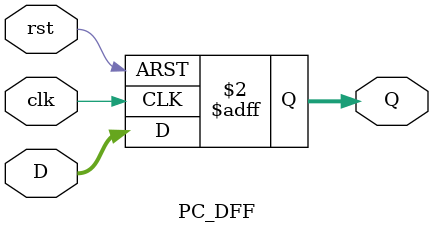
<source format=v>
module PC_DFF (Q, D, clk, rst);
	output reg [31:0] Q;
	input [31:0] D;
	input clk, rst;
	
	parameter PC_RESET_VALUE = 32'h80000000;
	
	always @ (posedge clk or posedge rst) begin
		if(rst)
			Q <= PC_RESET_VALUE;
		else
			Q <= D;
	end
endmodule

</source>
